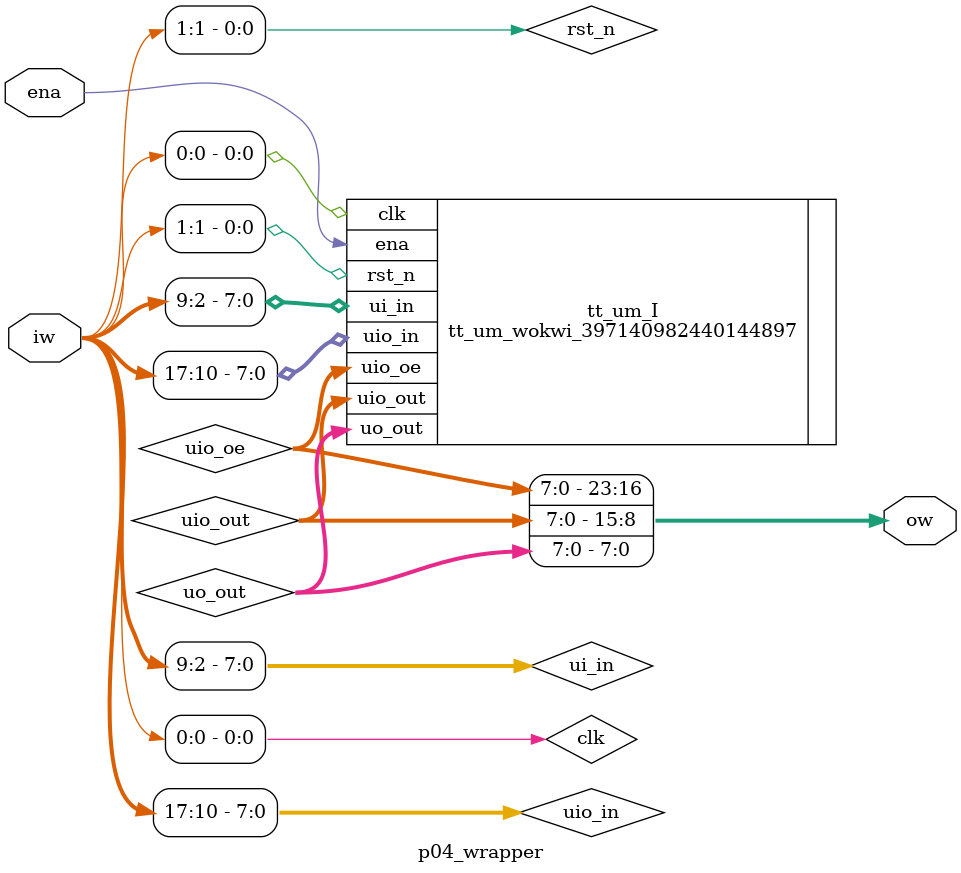
<source format=v>
`default_nettype none

module p04_wrapper (
  input wire ena,
  input wire [17:0] iw,
  output wire [23:0] ow
);

wire [7:0] uio_in;
wire [7:0] uio_out;
wire [7:0] uio_oe;
wire [7:0] uo_out;
wire [7:0] ui_in;
wire clk;
wire rst_n;

assign { uio_in, ui_in, rst_n, clk} = iw;
assign ow = { uio_oe, uio_out, uo_out };

tt_um_wokwi_397140982440144897 tt_um_I (
  .uio_in  (uio_in),
  .uio_out (uio_out),
  .uio_oe  (uio_oe),
  .uo_out  (uo_out),
  .ui_in   (ui_in),
  .ena     (ena),
  .clk     (clk),
  .rst_n   (rst_n)
);

endmodule

</source>
